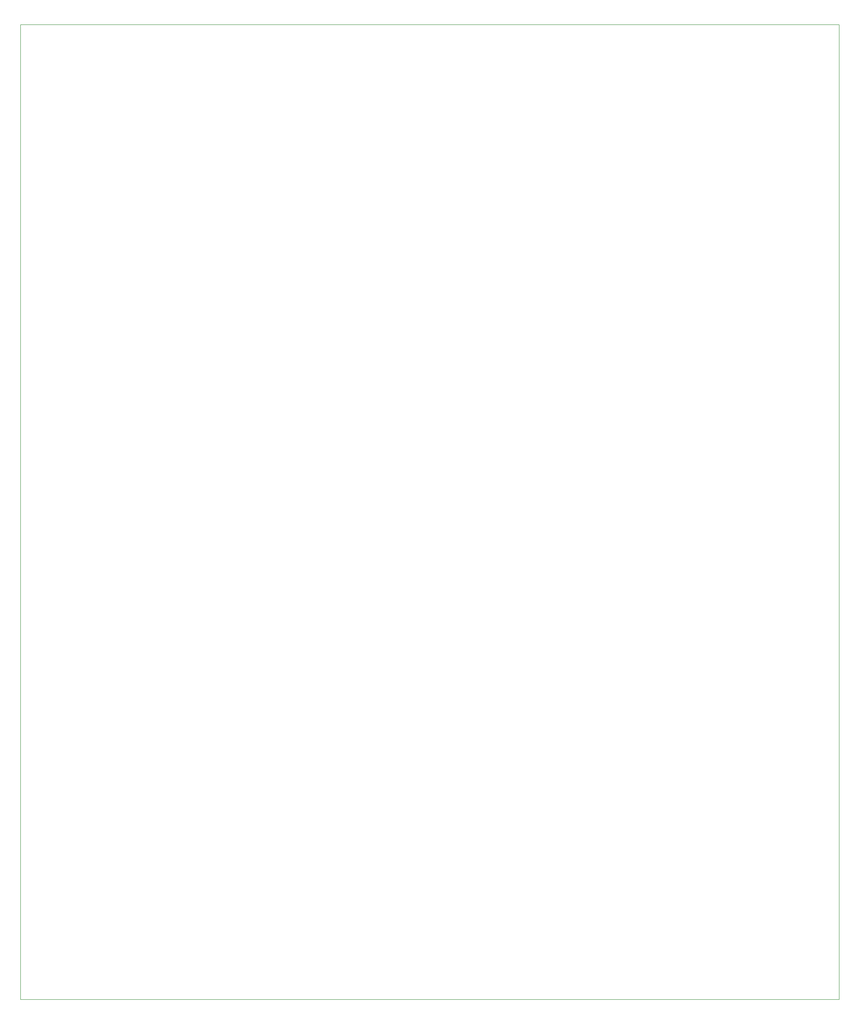
<source format=gbr>
G04 #@! TF.FileFunction,Paste,Bot*
%FSLAX46Y46*%
G04 Gerber Fmt 4.6, Leading zero omitted, Abs format (unit mm)*
G04 Created by KiCad (PCBNEW 4.0.7) date Wednesday, October 10, 2018 'PMt' 11:05:21 PM*
%MOMM*%
%LPD*%
G01*
G04 APERTURE LIST*
%ADD10C,0.100000*%
%ADD11C,0.150000*%
G04 APERTURE END LIST*
D10*
D11*
X345440000Y-16510000D02*
X345440000Y-397510000D01*
X25400000Y-16510000D02*
X25400000Y-397510000D01*
X25400000Y-397510000D02*
X345440000Y-397510000D01*
X25400000Y-16510000D02*
X345440000Y-16510000D01*
M02*

</source>
